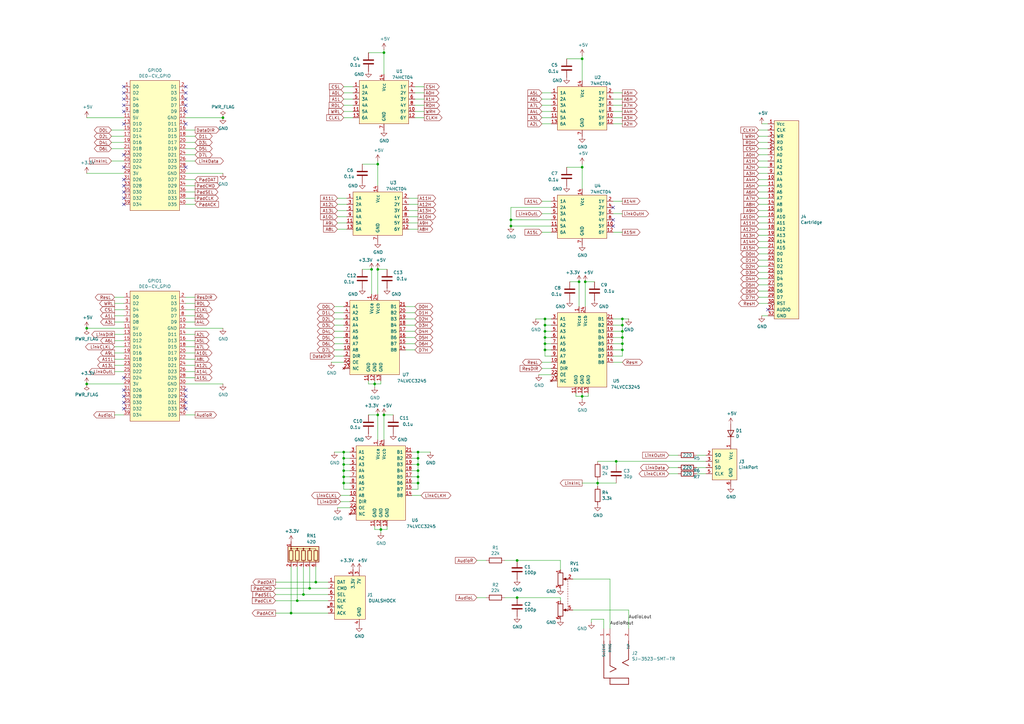
<source format=kicad_sch>
(kicad_sch (version 20250114) (generator "eeschema") (generator_version "9.0")
  (paper "A3")
  (title_block (title "GB-Board_DE0-CV") (date "2022-03-29") (company "edalph"))
  (lib_symbols
    (symbol "Device:C" (pin_numbers (hide yes)) (pin_names (offset 0.254))
      (property "Reference" "C" (at 0.635 2.54 0))
      (property "Value" "C" (at 0.635 -2.54 0))
      (symbol "C_1_1"
        (pin passive line (at 0 3.81 270) (length 2.794) (name "~") (number "1"))
        (pin passive line (at 0 -3.81 90) (length 2.794) (name "~") (number "2"))
      )
    )
    (symbol "Device:D" (pin_numbers (hide yes)) (pin_names (offset 1.016) (hide yes))
      (property "Reference" "D" (at 0 2.54 0))
      (property "Value" "D" (at 0 -2.54 0))
      (symbol "D_1_1"
        (pin passive line (at -3.81 0 0) (length 2.54) (name "K") (number "1"))
        (pin passive line (at 3.81 0 180) (length 2.54) (name "A") (number "2"))
      )
    )
    (symbol "Device:R" (pin_numbers (hide yes)) (pin_names (offset 0))
      (property "Reference" "R" (at 2.032 0 90))
      (property "Value" "R" (at 0 0 90))
      (symbol "R_1_1"
        (pin passive line (at 0 3.81 270) (length 1.27) (name "~") (number "1"))
        (pin passive line (at 0 -3.81 90) (length 1.27) (name "~") (number "2"))
      )
    )
    (symbol "Device:R_Network05" (pin_names (offset 0) (hide yes))
      (property "Reference" "RN" (at -7.62 0 90))
      (property "Value" "R_Network05" (at 7.62 0 90))
      (symbol "R_Network05_1_1"
        (pin passive line (at -5.08 5.08 270) (length 2.54) (name "common") (number "1"))
        (pin passive line (at -5.08 -5.08 90) (length 1.27) (name "R1") (number "2"))
        (pin passive line (at -2.54 -5.08 90) (length 1.27) (name "R2") (number "3"))
        (pin passive line (at 0 -5.08 90) (length 1.27) (name "R3") (number "4"))
        (pin passive line (at 2.54 -5.08 90) (length 1.27) (name "R4") (number "5"))
        (pin passive line (at 5.08 -5.08 90) (length 1.27) (name "R5") (number "6"))
      )
    )
    (symbol "Device:R_Potentiometer_Dual" (pin_names (offset 1.016) (hide yes))
      (property "Reference" "RV" (at 0 3.81 0))
      (property "Value" "R_Potentiometer_Dual" (at 0 1.905 0))
      (symbol "R_Potentiometer_Dual_1_1"
        (pin passive line (at -10.16 -2.54 0) (length 1.27) (name "1") (number "1"))
        (pin passive line (at -6.35 2.54 270) (length 2.54) (name "2") (number "2"))
        (pin passive line (at -2.54 -2.54 180) (length 1.27) (name "3") (number "3"))
        (pin passive line (at 2.54 -2.54 0) (length 1.27) (name "4") (number "4"))
        (pin passive line (at 6.35 2.54 270) (length 2.54) (name "5") (number "5"))
        (pin passive line (at 10.16 -2.54 180) (length 1.27) (name "6") (number "6"))
      )
    )
    (symbol "SJ-3523-SMT-TR:SJ-3523-SMT-TR" (pin_names (offset 1.016))
      (property "Reference" "J" (at -12.7034 7.6221 0))
      (property "Value" "SJ-3523-SMT-TR" (at -12.7003 -10.1602 0))
      (symbol "SJ-3523-SMT-TR_0_0"
        (pin passive line (at 10.16 5.08 180) (length 5.08) (name "SLEEVE") (number "1"))
        (pin passive line (at 10.16 2.54 180) (length 5.08) (name "RING") (number "3"))
        (pin passive line (at 10.16 -5.08 180) (length 5.08) (name "TIP") (number "2"))
      )
    )
    (symbol "_epGB_de0cv:74HCT04" (pin_names (offset 1.016))
      (property "Reference" "U" (at 5.08 11.43 0))
      (property "Value" "74HCT04" (at 6.35 8.89 0))
      (symbol "74HCT04_0_0"
        (pin input line (at -12.7 5.08 0) (length 2.54) (name "1A") (number "1"))
        (pin input line (at -12.7 2.54 0) (length 2.54) (name "2A") (number "3"))
        (pin input line (at -12.7 0 0) (length 2.54) (name "3A") (number "5"))
        (pin input line (at -12.7 -2.54 0) (length 2.54) (name "4A") (number "9"))
        (pin input line (at -12.7 -5.08 0) (length 2.54) (name "5A") (number "11"))
        (pin input line (at -12.7 -7.62 0) (length 2.54) (name "6A") (number "13"))
        (pin power_in line (at 0 10.16 270) (length 2.54) (name "Vcc") (number "14"))
        (pin power_in line (at 0 -12.7 90) (length 2.54) (name "GND") (number "7"))
        (pin output line (at 12.7 5.08 180) (length 2.54) (name "1Y") (number "2"))
        (pin output line (at 12.7 2.54 180) (length 2.54) (name "2Y") (number "4"))
        (pin output line (at 12.7 0 180) (length 2.54) (name "3Y") (number "6"))
        (pin output line (at 12.7 -2.54 180) (length 2.54) (name "4Y") (number "8"))
        (pin output line (at 12.7 -5.08 180) (length 2.54) (name "5Y") (number "10"))
        (pin output line (at 12.7 -7.62 180) (length 2.54) (name "6Y") (number "12"))
      )
    )
    (symbol "_epGB_de0cv:74LVCC3245" (pin_names (offset 1.016))
      (property "Reference" "U" (at -7.62 16.51 0))
      (property "Value" "74LVCC3245" (at -8.89 19.05 0))
      (symbol "74LVCC3245_0_0"
        (pin bidirectional line (at -12.7 12.7 0) (length 2.54) (name "A1") (number "3"))
        (pin bidirectional line (at -12.7 10.16 0) (length 2.54) (name "A2") (number "4"))
        (pin bidirectional line (at -12.7 7.62 0) (length 2.54) (name "A3") (number "5"))
        (pin bidirectional line (at -12.7 5.08 0) (length 2.54) (name "A4") (number "6"))
        (pin bidirectional line (at -12.7 2.54 0) (length 2.54) (name "A5") (number "7"))
        (pin bidirectional line (at -12.7 0 0) (length 2.54) (name "A6") (number "8"))
        (pin bidirectional line (at -12.7 -2.54 0) (length 2.54) (name "A7") (number "9"))
        (pin bidirectional line (at -12.7 -5.08 0) (length 2.54) (name "A8") (number "10"))
        (pin input line (at -12.7 -7.62 0) (length 2.54) (name "DIR") (number "2"))
        (pin input inverted (at -12.7 -10.16 0) (length 2.54) (name "OE") (number "22"))
        (pin no_connect line (at -12.7 -12.7 0) (length 2.54) (name "NC") (number "23"))
        (pin power_in line (at -2.54 -17.78 90) (length 2.54) (name "GND") (number "11"))
        (pin power_in line (at -1.27 17.78 270) (length 2.54) (name "Vcca") (number "1"))
        (pin power_in line (at 0 -17.78 90) (length 2.54) (name "GND") (number "12"))
        (pin power_in line (at 1.27 17.78 270) (length 2.54) (name "Vccb") (number "24"))
        (pin power_in line (at 2.54 -17.78 90) (length 2.54) (name "GND") (number "13"))
        (pin bidirectional line (at 12.7 12.7 180) (length 2.54) (name "B1") (number "21"))
        (pin bidirectional line (at 12.7 10.16 180) (length 2.54) (name "B2") (number "20"))
        (pin bidirectional line (at 12.7 7.62 180) (length 2.54) (name "B3") (number "19"))
        (pin bidirectional line (at 12.7 5.08 180) (length 2.54) (name "B4") (number "18"))
        (pin bidirectional line (at 12.7 2.54 180) (length 2.54) (name "B5") (number "17"))
        (pin bidirectional line (at 12.7 0 180) (length 2.54) (name "B6") (number "16"))
        (pin bidirectional line (at 12.7 -2.54 180) (length 2.54) (name "B7") (number "15"))
        (pin bidirectional line (at 12.7 -5.08 180) (length 2.54) (name "B8") (number "14"))
      )
    )
    (symbol "_epGB_de0cv:DE0-CV_GPIO" (pin_names (offset 1.016))
      (property "Reference" "G" (at 6.35 26.67 0))
      (property "Value" "DE0-CV_GPIO" (at -3.81 26.67 0))
      (symbol "DE0-CV_GPIO_0_0"
        (pin bidirectional line (at -12.7 22.86 0) (length 2.54) (name "D0") (number "1"))
        (pin bidirectional line (at -12.7 20.32 0) (length 2.54) (name "D2") (number "3"))
        (pin bidirectional line (at -12.7 17.78 0) (length 2.54) (name "D4") (number "5"))
        (pin bidirectional line (at -12.7 15.24 0) (length 2.54) (name "D6") (number "7"))
        (pin bidirectional line (at -12.7 12.7 0) (length 2.54) (name "D8") (number "9"))
        (pin power_in line (at -12.7 10.16 0) (length 2.54) (name "5V") (number "11"))
        (pin bidirectional line (at -12.7 7.62 0) (length 2.54) (name "D10") (number "13"))
        (pin bidirectional line (at -12.7 5.08 0) (length 2.54) (name "D12") (number "15"))
        (pin bidirectional line (at -12.7 2.54 0) (length 2.54) (name "D14") (number "17"))
        (pin bidirectional line (at -12.7 0 0) (length 2.54) (name "D16") (number "19"))
        (pin bidirectional line (at -12.7 -2.54 0) (length 2.54) (name "D18") (number "21"))
        (pin bidirectional line (at -12.7 -5.08 0) (length 2.54) (name "D20") (number "23"))
        (pin bidirectional line (at -12.7 -7.62 0) (length 2.54) (name "D22") (number "25"))
        (pin bidirectional line (at -12.7 -10.16 0) (length 2.54) (name "D24") (number "27"))
        (pin power_in line (at -12.7 -12.7 0) (length 2.54) (name "3V") (number "29"))
        (pin bidirectional line (at -12.7 -15.24 0) (length 2.54) (name "D26") (number "31"))
        (pin bidirectional line (at -12.7 -17.78 0) (length 2.54) (name "D28") (number "33"))
        (pin bidirectional line (at -12.7 -20.32 0) (length 2.54) (name "D30") (number "35"))
        (pin bidirectional line (at -12.7 -22.86 0) (length 2.54) (name "D32") (number "37"))
        (pin bidirectional line (at -12.7 -25.4 0) (length 2.54) (name "D34") (number "39"))
        (pin bidirectional line (at 12.7 22.86 180) (length 2.54) (name "D1") (number "2"))
        (pin bidirectional line (at 12.7 20.32 180) (length 2.54) (name "D3") (number "4"))
        (pin bidirectional line (at 12.7 17.78 180) (length 2.54) (name "D5") (number "6"))
        (pin bidirectional line (at 12.7 15.24 180) (length 2.54) (name "D7") (number "8"))
        (pin bidirectional line (at 12.7 12.7 180) (length 2.54) (name "D9") (number "10"))
        (pin power_in line (at 12.7 10.16 180) (length 2.54) (name "GND") (number "12"))
        (pin bidirectional line (at 12.7 7.62 180) (length 2.54) (name "D11") (number "14"))
        (pin bidirectional line (at 12.7 5.08 180) (length 2.54) (name "D13") (number "16"))
        (pin bidirectional line (at 12.7 2.54 180) (length 2.54) (name "D15") (number "18"))
        (pin bidirectional line (at 12.7 0 180) (length 2.54) (name "D17") (number "20"))
        (pin bidirectional line (at 12.7 -2.54 180) (length 2.54) (name "D19") (number "22"))
        (pin bidirectional line (at 12.7 -5.08 180) (length 2.54) (name "D21") (number "24"))
        (pin bidirectional line (at 12.7 -7.62 180) (length 2.54) (name "D23") (number "26"))
        (pin bidirectional line (at 12.7 -10.16 180) (length 2.54) (name "D25") (number "28"))
        (pin power_in line (at 12.7 -12.7 180) (length 2.54) (name "GND") (number "30"))
        (pin bidirectional line (at 12.7 -15.24 180) (length 2.54) (name "D27") (number "32"))
        (pin bidirectional line (at 12.7 -17.78 180) (length 2.54) (name "D29") (number "34"))
        (pin bidirectional line (at 12.7 -20.32 180) (length 2.54) (name "D31") (number "36"))
        (pin bidirectional line (at 12.7 -22.86 180) (length 2.54) (name "D33") (number "38"))
        (pin bidirectional line (at 12.7 -25.4 180) (length 2.54) (name "D35") (number "40"))
      )
    )
    (symbol "_epGB_de0cv:DUALSHOCK_Port" (pin_names (offset 1.016))
      (property "Reference" "J" (at -5.08 8.89 0))
      (property "Value" "DUALSHOCK_Port" (at -6.35 -12.7 0))
      (symbol "DUALSHOCK_Port_0_0"
        (pin output line (at -8.89 5.08 0) (length 2.54) (name "DAT") (number "1"))
        (pin input line (at -8.89 2.54 0) (length 2.54) (name "CMD") (number "2"))
        (pin input line (at -8.89 0 0) (length 2.54) (name "SEL") (number "6"))
        (pin input line (at -8.89 -2.54 0) (length 2.54) (name "CLK") (number "7"))
        (pin no_connect line (at -8.89 -5.08 0) (length 2.54) (name "NC") (number "8"))
        (pin output line (at -8.89 -7.62 0) (length 2.54) (name "ACK") (number "9"))
        (pin power_in line (at 1.27 10.16 270) (length 2.54) (name "3.3V") (number "5"))
        (pin power_in line (at 3.81 10.16 270) (length 2.54) (name "7V") (number "3"))
        (pin power_in line (at 3.81 -12.7 90) (length 2.54) (name "GND") (number "4"))
      )
    )
    (symbol "_epGB_de0cv:Game_Boy_Card_Edge_Connector" (pin_names (offset 1.016))
      (property "Reference" "J" (at -12.7 41.91 0))
      (property "Value" "Game_Boy_Card_Edge_Connector" (at 0 39.37 0))
      (symbol "Game_Boy_Card_Edge_Connector_0_0"
        (pin input inverted (at -12.7 30.48 0) (length 2.54) (name "WR") (number "3"))
        (pin input inverted (at -12.7 27.94 0) (length 2.54) (name "RD") (number "4"))
        (pin input inverted (at -12.7 25.4 0) (length 2.54) (name "CS") (number "5"))
        (pin input line (at -12.7 22.86 0) (length 2.54) (name "A0") (number "6"))
        (pin input line (at -12.7 20.32 0) (length 2.54) (name "A1") (number "7"))
        (pin input line (at -12.7 17.78 0) (length 2.54) (name "A2") (number "8"))
        (pin input line (at -12.7 15.24 0) (length 2.54) (name "A3") (number "9"))
        (pin input line (at -12.7 12.7 0) (length 2.54) (name "A4") (number "10"))
        (pin input line (at -12.7 10.16 0) (length 2.54) (name "A5") (number "11"))
        (pin input line (at -12.7 7.62 0) (length 2.54) (name "A6") (number "12"))
        (pin input line (at -12.7 5.08 0) (length 2.54) (name "A7") (number "13"))
        (pin input line (at -12.7 2.54 0) (length 2.54) (name "A8") (number "14"))
        (pin input line (at -12.7 0 0) (length 2.54) (name "A9") (number "15"))
        (pin input line (at -12.7 -2.54 0) (length 2.54) (name "A10") (number "16"))
        (pin input line (at -12.7 -5.08 0) (length 2.54) (name "A11") (number "17"))
        (pin input line (at -12.7 -7.62 0) (length 2.54) (name "A12") (number "18"))
        (pin input line (at -12.7 -10.16 0) (length 2.54) (name "A13") (number "19"))
        (pin input line (at -12.7 -12.7 0) (length 2.54) (name "A14") (number "20"))
        (pin input line (at -12.7 -15.24 0) (length 2.54) (name "A15") (number "21"))
        (pin bidirectional line (at -12.7 -17.78 0) (length 2.54) (name "D0") (number "22"))
        (pin bidirectional line (at -12.7 -20.32 0) (length 2.54) (name "D1") (number "23"))
        (pin bidirectional line (at -12.7 -22.86 0) (length 2.54) (name "D2") (number "24"))
        (pin bidirectional line (at -12.7 -25.4 0) (length 2.54) (name "D3") (number "25"))
        (pin bidirectional line (at -12.7 -27.94 0) (length 2.54) (name "D4") (number "26"))
        (pin bidirectional line (at -12.7 -30.48 0) (length 2.54) (name "D5") (number "27"))
        (pin bidirectional line (at -12.7 -33.02 0) (length 2.54) (name "D6") (number "28"))
        (pin bidirectional line (at -12.7 -35.56 0) (length 2.54) (name "D7") (number "29"))
        (pin bidirectional inverted (at -12.7 -38.1 0) (length 2.54) (name "RST") (number "30"))
        (pin input line (at -12.7 -40.64 0) (length 2.54) (name "AUDIO") (number "31"))
        (pin power_in line (at -12.7 -43.18 0) (length 2.54) (name "GND") (number "32"))
      )
      (symbol "Game_Boy_Card_Edge_Connector_1_1"
        (pin power_in line (at -12.7 35.56 0) (length 2.54) (name "Vcc") (number "1"))
        (pin input line (at -12.7 33.02 0) (length 2.54) (name "CLK") (number "2"))
      )
    )
    (symbol "_epGB_de0cv:Game_Boy_Link_Port" (pin_names (offset 1.016))
      (property "Reference" "J" (at -3.81 7.62 0))
      (property "Value" "Game_Boy_Link_Port" (at -10.16 10.16 0))
      (symbol "Game_Boy_Link_Port_0_0"
        (pin input line (at -7.62 3.81 0) (length 2.54) (name "SO") (number "2"))
        (pin output line (at -7.62 1.27 0) (length 2.54) (name "SI") (number "3"))
        (pin bidirectional line (at -7.62 -1.27 0) (length 2.54) (name "SD") (number "4"))
        (pin bidirectional line (at -7.62 -3.81 0) (length 2.54) (name "CLK") (number "5"))
        (pin power_in line (at 2.54 8.89 270) (length 2.54) (name "Vcc") (number "1"))
        (pin power_in line (at 2.54 -8.89 90) (length 2.54) (name "GND") (number "6"))
      )
    )
    (symbol "power:+3.3V" (power) (pin_numbers (hide yes)) (pin_names (offset 0) (hide yes))
      (property "Value" "+3.3V" (at 0 3.556 0))
      (symbol "+3.3V_1_1"
        (pin power_in line (at 0 0 90) (length 0) (name "~") (number "1"))
      )
    )
    (symbol "power:+5V" (power) (pin_numbers (hide yes)) (pin_names (offset 0) (hide yes))
      (property "Value" "+5V" (at 0 3.556 0))
      (symbol "+5V_1_1"
        (pin power_in line (at 0 0 90) (length 0) (name "~") (number "1"))
      )
    )
    (symbol "power:GND" (power) (pin_numbers (hide yes)) (pin_names (offset 0) (hide yes))
      (property "Value" "GND" (at 0 -3.81 0))
      (symbol "GND_1_1"
        (pin power_in line (at 0 0 270) (length 0) (name "~") (number "1"))
      )
    )
    (symbol "power:PWR_FLAG" (power) (pin_numbers (hide yes)) (pin_names (offset 0) (hide yes))
      (property "Value" "PWR_FLAG" (at 0 3.81 0))
      (symbol "PWR_FLAG_0_0"
        (pin power_out line (at 0 0 90) (length 0) (name "~") (number "1"))
      )
    )
  )
  (junction (at 212.09 229.87))
  (junction (at 157.48 21.59))
  (junction (at 240.03 115.57))
  (junction (at 245.11 198.12))
  (junction (at 223.52 130.81))
  (junction (at 171.45 198.12))
  (junction (at 209.55 90.17))
  (junction (at 252.73 189.23))
  (junction (at 153.67 157.48))
  (junction (at 121.92 246.38))
  (junction (at 152.4 110.49))
  (junction (at 209.55 92.71))
  (junction (at 119.38 251.46))
  (junction (at 140.97 187.96))
  (junction (at 237.49 115.57))
  (junction (at 154.94 170.18))
  (junction (at 223.52 135.89))
  (junction (at 140.97 195.58))
  (junction (at 140.97 198.12))
  (junction (at 91.44 48.26))
  (junction (at 124.46 243.84))
  (junction (at 35.56 134.62))
  (junction (at 129.54 238.76))
  (junction (at 223.52 140.97))
  (junction (at 238.76 162.56))
  (junction (at 223.52 138.43))
  (junction (at 140.97 185.42))
  (junction (at 255.27 140.97))
  (junction (at 171.45 193.04))
  (junction (at 157.48 170.18))
  (junction (at 171.45 195.58))
  (junction (at 140.97 190.5))
  (junction (at 223.52 143.51))
  (junction (at 35.56 157.48))
  (junction (at 255.27 130.81))
  (junction (at 238.76 24.13))
  (junction (at 255.27 138.43))
  (junction (at 255.27 133.35))
  (junction (at 171.45 187.96))
  (junction (at 171.45 185.42))
  (junction (at 156.21 217.17))
  (junction (at 255.27 143.51))
  (junction (at 223.52 133.35))
  (junction (at 171.45 190.5))
  (junction (at 140.97 193.04))
  (junction (at 154.94 67.31))
  (junction (at 255.27 135.89))
  (junction (at 154.94 110.49))
  (junction (at 212.09 245.11))
  (junction (at 127 241.3))
  (junction (at 238.76 68.58))
  (no_connect (at 50.8 154.94))
  (no_connect (at 50.8 83.82))
  (no_connect (at 50.8 165.1))
  (no_connect (at 50.8 50.8))
  (no_connect (at 50.8 167.64))
  (no_connect (at 76.2 165.1))
  (no_connect (at 76.2 68.58))
  (no_connect (at 50.8 73.66))
  (no_connect (at 50.8 45.72))
  (no_connect (at 76.2 160.02))
  (no_connect (at 50.8 68.58))
  (no_connect (at 50.8 43.18))
  (no_connect (at 50.8 78.74))
  (no_connect (at 50.8 63.5))
  (no_connect (at 50.8 162.56))
  (no_connect (at 76.2 43.18))
  (no_connect (at 50.8 81.28))
  (no_connect (at 50.8 76.2))
  (no_connect (at 76.2 38.1))
  (no_connect (at 76.2 50.8))
  (no_connect (at 50.8 40.64))
  (no_connect (at 76.2 45.72))
  (no_connect (at 251.46 85.09))
  (no_connect (at 251.46 90.17))
  (no_connect (at 76.2 162.56))
  (no_connect (at 50.8 35.56))
  (no_connect (at 76.2 40.64))
  (no_connect (at 314.96 127))
  (no_connect (at 76.2 35.56))
  (no_connect (at 50.8 38.1))
  (no_connect (at 76.2 167.64))
  (no_connect (at 251.46 92.71))
  (no_connect (at 50.8 160.02))
  (wire (pts (xy 80.01 63.5) (xy 76.2 63.5)))
  (wire (pts (xy 241.3 162.56) (xy 241.3 161.29)))
  (wire (pts (xy 76.2 152.4) (xy 80.01 152.4)))
  (wire (pts (xy 139.7 205.74) (xy 143.51 205.74)))
  (wire (pts (xy 76.2 58.42) (xy 80.01 58.42)))
  (wire (pts (xy 195.58 229.87) (xy 199.39 229.87)))
  (wire (pts (xy 76.2 60.96) (xy 80.01 60.96)))
  (wire (pts (xy 168.91 203.2) (xy 172.72 203.2)))
  (wire (pts (xy 314.96 91.44) (xy 311.15 91.44)))
  (wire (pts (xy 140.97 35.56) (xy 144.78 35.56)))
  (wire (pts (xy 223.52 146.05) (xy 223.52 143.51)))
  (wire (pts (xy 274.32 191.77) (xy 278.13 191.77)))
  (wire (pts (xy 138.43 86.36) (xy 142.24 86.36)))
  (wire (pts (xy 176.53 185.42) (xy 171.45 185.42)))
  (wire (pts (xy 311.15 124.46) (xy 314.96 124.46)))
  (wire (pts (xy 80.01 139.7) (xy 76.2 139.7)))
  (wire (pts (xy 113.03 241.3) (xy 127 241.3)))
  (wire (pts (xy 119.38 232.41) (xy 119.38 251.46)))
  (wire (pts (xy 223.52 140.97) (xy 223.52 138.43)))
  (wire (pts (xy 285.75 186.69) (xy 289.56 186.69)))
  (wire (pts (xy 157.48 20.32) (xy 157.48 21.59)))
  (wire (pts (xy 76.2 78.74) (xy 80.01 78.74)))
  (wire (pts (xy 166.37 125.73) (xy 170.18 125.73)))
  (wire (pts (xy 166.37 140.97) (xy 170.18 140.97)))
  (wire (pts (xy 45.72 60.96) (xy 50.8 60.96)))
  (wire (pts (xy 148.59 67.31) (xy 154.94 67.31)))
  (wire (pts (xy 167.64 93.98) (xy 171.45 93.98)))
  (wire (pts (xy 209.55 85.09) (xy 209.55 90.17)))
  (wire (pts (xy 129.54 232.41) (xy 129.54 238.76)))
  (wire (pts (xy 222.25 40.64) (xy 226.06 40.64)))
  (wire (pts (xy 76.2 71.12) (xy 91.44 71.12)))
  (wire (pts (xy 46.99 132.08) (xy 50.8 132.08)))
  (wire (pts (xy 137.16 138.43) (xy 140.97 138.43)))
  (wire (pts (xy 314.96 55.88) (xy 311.15 55.88)))
  (wire (pts (xy 232.41 24.13) (xy 238.76 24.13)))
  (wire (pts (xy 219.71 130.81) (xy 223.52 130.81)))
  (wire (pts (xy 140.97 200.66) (xy 143.51 200.66)))
  (wire (pts (xy 236.22 162.56) (xy 238.76 162.56)))
  (wire (pts (xy 142.24 93.98) (xy 138.43 93.98)))
  (wire (pts (xy 76.2 83.82) (xy 80.01 83.82)))
  (wire (pts (xy 80.01 149.86) (xy 76.2 149.86)))
  (wire (pts (xy 171.45 185.42) (xy 168.91 185.42)))
  (wire (pts (xy 168.91 195.58) (xy 171.45 195.58)))
  (wire (pts (xy 138.43 91.44) (xy 142.24 91.44)))
  (wire (pts (xy 236.22 161.29) (xy 236.22 162.56)))
  (wire (pts (xy 113.03 251.46) (xy 119.38 251.46)))
  (wire (pts (xy 137.16 128.27) (xy 140.97 128.27)))
  (wire (pts (xy 121.92 232.41) (xy 121.92 246.38)))
  (wire (pts (xy 171.45 193.04) (xy 171.45 195.58)))
  (wire (pts (xy 46.99 139.7) (xy 50.8 139.7)))
  (wire (pts (xy 171.45 190.5) (xy 171.45 193.04)))
  (wire (pts (xy 255.27 140.97) (xy 255.27 143.51)))
  (wire (pts (xy 153.67 217.17) (xy 156.21 217.17)))
  (wire (pts (xy 222.25 151.13) (xy 226.06 151.13)))
  (wire (pts (xy 137.16 143.51) (xy 140.97 143.51)))
  (wire (pts (xy 140.97 190.5) (xy 143.51 190.5)))
  (wire (pts (xy 76.2 124.46) (xy 80.01 124.46)))
  (wire (pts (xy 144.78 48.26) (xy 140.97 48.26)))
  (wire (pts (xy 226.06 138.43) (xy 223.52 138.43)))
  (wire (pts (xy 151.13 170.18) (xy 154.94 170.18)))
  (wire (pts (xy 314.96 60.96) (xy 311.15 60.96)))
  (wire (pts (xy 251.46 95.25) (xy 255.27 95.25)))
  (wire (pts (xy 45.72 58.42) (xy 50.8 58.42)))
  (wire (pts (xy 153.67 157.48) (xy 153.67 158.75)))
  (wire (pts (xy 314.96 111.76) (xy 311.15 111.76)))
  (wire (pts (xy 255.27 143.51) (xy 255.27 146.05)))
  (wire (pts (xy 46.99 127) (xy 50.8 127)))
  (wire (pts (xy 171.45 185.42) (xy 171.45 187.96)))
  (wire (pts (xy 314.96 106.68) (xy 311.15 106.68)))
  (wire (pts (xy 251.46 143.51) (xy 255.27 143.51)))
  (wire (pts (xy 226.06 92.71) (xy 209.55 92.71)))
  (wire (pts (xy 154.94 110.49) (xy 154.94 120.65)))
  (wire (pts (xy 251.46 133.35) (xy 255.27 133.35)))
  (wire (pts (xy 140.97 195.58) (xy 143.51 195.58)))
  (wire (pts (xy 76.2 73.66) (xy 80.01 73.66)))
  (wire (pts (xy 251.46 82.55) (xy 255.27 82.55)))
  (wire (pts (xy 274.32 194.31) (xy 278.13 194.31)))
  (wire (pts (xy 242.57 255.27) (xy 242.57 254)))
  (wire (pts (xy 157.48 21.59) (xy 157.48 30.48)))
  (wire (pts (xy 170.18 38.1) (xy 173.99 38.1)))
  (wire (pts (xy 314.96 101.6) (xy 311.15 101.6)))
  (wire (pts (xy 240.03 115.57) (xy 240.03 125.73)))
  (wire (pts (xy 212.09 229.87) (xy 229.87 229.87)))
  (wire (pts (xy 207.01 245.11) (xy 212.09 245.11)))
  (wire (pts (xy 76.2 132.08) (xy 80.01 132.08)))
  (wire (pts (xy 171.45 86.36) (xy 167.64 86.36)))
  (wire (pts (xy 311.15 109.22) (xy 314.96 109.22)))
  (wire (pts (xy 168.91 190.5) (xy 171.45 190.5)))
  (wire (pts (xy 255.27 130.81) (xy 255.27 133.35)))
  (wire (pts (xy 76.2 48.26) (xy 91.44 48.26)))
  (wire (pts (xy 166.37 143.51) (xy 170.18 143.51)))
  (wire (pts (xy 171.45 198.12) (xy 171.45 200.66)))
  (wire (pts (xy 311.15 58.42) (xy 314.96 58.42)))
  (wire (pts (xy 238.76 162.56) (xy 241.3 162.56)))
  (wire (pts (xy 45.72 55.88) (xy 50.8 55.88)))
  (wire (pts (xy 255.27 135.89) (xy 255.27 138.43)))
  (wire (pts (xy 157.48 170.18) (xy 157.48 180.34)))
  (wire (pts (xy 154.94 66.04) (xy 154.94 67.31)))
  (wire (pts (xy 245.11 198.12) (xy 238.76 198.12)))
  (wire (pts (xy 251.46 130.81) (xy 255.27 130.81)))
  (wire (pts (xy 143.51 187.96) (xy 140.97 187.96)))
  (wire (pts (xy 168.91 193.04) (xy 171.45 193.04)))
  (wire (pts (xy 173.99 35.56) (xy 170.18 35.56)))
  (wire (pts (xy 171.45 195.58) (xy 171.45 198.12)))
  (wire (pts (xy 171.45 81.28) (xy 167.64 81.28)))
  (wire (pts (xy 76.2 53.34) (xy 80.01 53.34)))
  (wire (pts (xy 314.96 116.84) (xy 311.15 116.84)))
  (wire (pts (xy 113.03 238.76) (xy 129.54 238.76)))
  (wire (pts (xy 151.13 21.59) (xy 157.48 21.59)))
  (wire (pts (xy 222.25 48.26) (xy 226.06 48.26)))
  (wire (pts (xy 234.95 237.49) (xy 250.19 237.49)))
  (wire (pts (xy 232.41 68.58) (xy 238.76 68.58)))
  (wire (pts (xy 171.45 91.44) (xy 167.64 91.44)))
  (wire (pts (xy 166.37 133.35) (xy 170.18 133.35)))
  (wire (pts (xy 238.76 162.56) (xy 238.76 163.83)))
  (wire (pts (xy 127 241.3) (xy 134.62 241.3)))
  (wire (pts (xy 238.76 161.29) (xy 238.76 162.56)))
  (wire (pts (xy 311.15 99.06) (xy 314.96 99.06)))
  (wire (pts (xy 140.97 190.5) (xy 140.97 187.96)))
  (wire (pts (xy 311.15 78.74) (xy 314.96 78.74)))
  (wire (pts (xy 143.51 198.12) (xy 140.97 198.12)))
  (wire (pts (xy 156.21 217.17) (xy 158.75 217.17)))
  (wire (pts (xy 255.27 138.43) (xy 255.27 140.97)))
  (wire (pts (xy 229.87 229.87) (xy 229.87 233.68)))
  (wire (pts (xy 255.27 130.81) (xy 257.81 130.81)))
  (wire (pts (xy 157.48 170.18) (xy 161.29 170.18)))
  (wire (pts (xy 226.06 146.05) (xy 223.52 146.05)))
  (wire (pts (xy 113.03 243.84) (xy 124.46 243.84)))
  (wire (pts (xy 220.98 153.67) (xy 226.06 153.67)))
  (wire (pts (xy 238.76 22.86) (xy 238.76 24.13)))
  (wire (pts (xy 251.46 50.8) (xy 255.27 50.8)))
  (wire (pts (xy 46.99 152.4) (xy 50.8 152.4)))
  (wire (pts (xy 137.16 130.81) (xy 140.97 130.81)))
  (wire (pts (xy 127 232.41) (xy 127 241.3)))
  (wire (pts (xy 35.56 71.12) (xy 50.8 71.12)))
  (wire (pts (xy 251.46 43.18) (xy 255.27 43.18)))
  (wire (pts (xy 137.16 125.73) (xy 140.97 125.73)))
  (wire (pts (xy 223.52 138.43) (xy 223.52 135.89)))
  (wire (pts (xy 251.46 140.97) (xy 255.27 140.97)))
  (wire (pts (xy 240.03 115.57) (xy 243.84 115.57)))
  (wire (pts (xy 76.2 157.48) (xy 91.44 157.48)))
  (wire (pts (xy 151.13 157.48) (xy 153.67 157.48)))
  (wire (pts (xy 311.15 88.9) (xy 314.96 88.9)))
  (wire (pts (xy 255.27 133.35) (xy 255.27 135.89)))
  (wire (pts (xy 167.64 83.82) (xy 171.45 83.82)))
  (wire (pts (xy 223.52 133.35) (xy 223.52 130.81)))
  (wire (pts (xy 76.2 147.32) (xy 80.01 147.32)))
  (wire (pts (xy 171.45 187.96) (xy 171.45 190.5)))
  (wire (pts (xy 226.06 85.09) (xy 209.55 85.09)))
  (wire (pts (xy 140.97 45.72) (xy 144.78 45.72)))
  (wire (pts (xy 168.91 198.12) (xy 171.45 198.12)))
  (wire (pts (xy 50.8 53.34) (xy 45.72 53.34)))
  (wire (pts (xy 171.45 200.66) (xy 168.91 200.66)))
  (wire (pts (xy 166.37 130.81) (xy 170.18 130.81)))
  (wire (pts (xy 245.11 196.85) (xy 245.11 198.12)))
  (wire (pts (xy 311.15 114.3) (xy 314.96 114.3)))
  (wire (pts (xy 252.73 189.23) (xy 245.11 189.23)))
  (wire (pts (xy 139.7 203.2) (xy 143.51 203.2)))
  (wire (pts (xy 137.16 146.05) (xy 140.97 146.05)))
  (wire (pts (xy 76.2 170.18) (xy 80.01 170.18)))
  (wire (pts (xy 154.94 170.18) (xy 154.94 180.34)))
  (wire (pts (xy 35.56 134.62) (xy 50.8 134.62)))
  (wire (pts (xy 45.72 66.04) (xy 50.8 66.04)))
  (wire (pts (xy 237.49 115.57) (xy 237.49 125.73)))
  (wire (pts (xy 166.37 135.89) (xy 170.18 135.89)))
  (wire (pts (xy 311.15 93.98) (xy 314.96 93.98)))
  (wire (pts (xy 158.75 217.17) (xy 158.75 215.9)))
  (wire (pts (xy 314.96 121.92) (xy 311.15 121.92)))
  (wire (pts (xy 137.16 135.89) (xy 140.97 135.89)))
  (wire (pts (xy 212.09 245.11) (xy 229.87 245.11)))
  (wire (pts (xy 124.46 243.84) (xy 134.62 243.84)))
  (wire (pts (xy 170.18 48.26) (xy 173.99 48.26)))
  (wire (pts (xy 312.42 50.8) (xy 314.96 50.8)))
  (wire (pts (xy 222.25 45.72) (xy 226.06 45.72)))
  (wire (pts (xy 156.21 217.17) (xy 156.21 218.44)))
  (wire (pts (xy 195.58 245.11) (xy 199.39 245.11)))
  (wire (pts (xy 76.2 121.92) (xy 80.01 121.92)))
  (wire (pts (xy 311.15 73.66) (xy 314.96 73.66)))
  (wire (pts (xy 173.99 45.72) (xy 170.18 45.72)))
  (wire (pts (xy 140.97 187.96) (xy 140.97 185.42)))
  (wire (pts (xy 138.43 208.28) (xy 143.51 208.28)))
  (wire (pts (xy 137.16 185.42) (xy 140.97 185.42)))
  (wire (pts (xy 46.99 149.86) (xy 50.8 149.86)))
  (wire (pts (xy 311.15 83.82) (xy 314.96 83.82)))
  (wire (pts (xy 140.97 198.12) (xy 140.97 195.58)))
  (wire (pts (xy 148.59 110.49) (xy 152.4 110.49)))
  (wire (pts (xy 251.46 87.63) (xy 255.27 87.63)))
  (wire (pts (xy 223.52 135.89) (xy 226.06 135.89)))
  (wire (pts (xy 173.99 40.64) (xy 170.18 40.64)))
  (wire (pts (xy 76.2 129.54) (xy 80.01 129.54)))
  (wire (pts (xy 153.67 215.9) (xy 153.67 217.17)))
  (wire (pts (xy 222.25 87.63) (xy 226.06 87.63)))
  (wire (pts (xy 274.32 186.69) (xy 278.13 186.69)))
  (wire (pts (xy 140.97 193.04) (xy 140.97 190.5)))
  (wire (pts (xy 151.13 156.21) (xy 151.13 157.48)))
  (wire (pts (xy 252.73 198.12) (xy 245.11 198.12)))
  (wire (pts (xy 138.43 81.28) (xy 142.24 81.28)))
  (wire (pts (xy 129.54 238.76) (xy 134.62 238.76)))
  (wire (pts (xy 156.21 215.9) (xy 156.21 217.17)))
  (wire (pts (xy 314.96 96.52) (xy 311.15 96.52)))
  (wire (pts (xy 76.2 142.24) (xy 80.01 142.24)))
  (wire (pts (xy 314.96 86.36) (xy 311.15 86.36)))
  (wire (pts (xy 143.51 185.42) (xy 140.97 185.42)))
  (wire (pts (xy 153.67 156.21) (xy 153.67 157.48)))
  (wire (pts (xy 222.25 82.55) (xy 226.06 82.55)))
  (wire (pts (xy 226.06 90.17) (xy 209.55 90.17)))
  (wire (pts (xy 46.99 147.32) (xy 50.8 147.32)))
  (wire (pts (xy 76.2 66.04) (xy 80.01 66.04)))
  (wire (pts (xy 142.24 83.82) (xy 138.43 83.82)))
  (wire (pts (xy 76.2 154.94) (xy 80.01 154.94)))
  (wire (pts (xy 121.92 246.38) (xy 134.62 246.38)))
  (wire (pts (xy 140.97 200.66) (xy 140.97 198.12)))
  (wire (pts (xy 251.46 148.59) (xy 255.27 148.59)))
  (wire (pts (xy 251.46 48.26) (xy 255.27 48.26)))
  (wire (pts (xy 238.76 68.58) (xy 238.76 77.47)))
  (wire (pts (xy 142.24 88.9) (xy 138.43 88.9)))
  (wire (pts (xy 46.99 137.16) (xy 50.8 137.16)))
  (wire (pts (xy 46.99 142.24) (xy 50.8 142.24)))
  (wire (pts (xy 238.76 67.31) (xy 238.76 68.58)))
  (wire (pts (xy 80.01 81.28) (xy 76.2 81.28)))
  (wire (pts (xy 314.96 66.04) (xy 311.15 66.04)))
  (wire (pts (xy 137.16 140.97) (xy 140.97 140.97)))
  (wire (pts (xy 140.97 40.64) (xy 144.78 40.64)))
  (wire (pts (xy 50.8 170.18) (xy 46.99 170.18)))
  (wire (pts (xy 242.57 254) (xy 247.65 254)))
  (wire (pts (xy 168.91 187.96) (xy 171.45 187.96)))
  (wire (pts (xy 223.52 143.51) (xy 223.52 140.97)))
  (wire (pts (xy 255.27 146.05) (xy 251.46 146.05)))
  (wire (pts (xy 50.8 124.46) (xy 46.99 124.46)))
  (wire (pts (xy 251.46 38.1) (xy 255.27 38.1)))
  (wire (pts (xy 311.15 68.58) (xy 314.96 68.58)))
  (wire (pts (xy 46.99 129.54) (xy 50.8 129.54)))
  (wire (pts (xy 311.15 53.34) (xy 314.96 53.34)))
  (wire (pts (xy 137.16 133.35) (xy 140.97 133.35)))
  (wire (pts (xy 222.25 50.8) (xy 226.06 50.8)))
  (wire (pts (xy 76.2 127) (xy 80.01 127)))
  (wire (pts (xy 156.21 157.48) (xy 156.21 156.21)))
  (wire (pts (xy 153.67 157.48) (xy 156.21 157.48)))
  (wire (pts (xy 226.06 130.81) (xy 223.52 130.81)))
  (wire (pts (xy 76.2 134.62) (xy 91.44 134.62)))
  (wire (pts (xy 314.96 76.2) (xy 311.15 76.2)))
  (wire (pts (xy 209.55 90.17) (xy 209.55 92.71)))
  (wire (pts (xy 226.06 143.51) (xy 223.52 143.51)))
  (wire (pts (xy 113.03 246.38) (xy 121.92 246.38)))
  (wire (pts (xy 76.2 137.16) (xy 80.01 137.16)))
  (wire (pts (xy 285.75 191.77) (xy 289.56 191.77)))
  (wire (pts (xy 167.64 88.9) (xy 171.45 88.9)))
  (wire (pts (xy 144.78 38.1) (xy 140.97 38.1)))
  (wire (pts (xy 46.99 144.78) (xy 50.8 144.78)))
  (wire (pts (xy 229.87 245.11) (xy 229.87 246.38)))
  (wire (pts (xy 314.96 129.54) (xy 312.42 129.54)))
  (wire (pts (xy 234.95 250.19) (xy 257.81 250.19)))
  (wire (pts (xy 257.81 250.19) (xy 257.81 257.81)))
  (wire (pts (xy 250.19 237.49) (xy 250.19 257.81)))
  (wire (pts (xy 251.46 40.64) (xy 255.27 40.64)))
  (wire (pts (xy 35.56 157.48) (xy 50.8 157.48)))
  (wire (pts (xy 166.37 138.43) (xy 170.18 138.43)))
  (wire (pts (xy 251.46 135.89) (xy 255.27 135.89)))
  (wire (pts (xy 245.11 198.12) (xy 245.11 199.39)))
  (wire (pts (xy 311.15 119.38) (xy 314.96 119.38)))
  (wire (pts (xy 222.25 95.25) (xy 226.06 95.25)))
  (wire (pts (xy 222.25 148.59) (xy 226.06 148.59)))
  (wire (pts (xy 166.37 128.27) (xy 170.18 128.27)))
  (wire (pts (xy 144.78 43.18) (xy 140.97 43.18)))
  (wire (pts (xy 289.56 189.23) (xy 252.73 189.23)))
  (wire (pts (xy 223.52 135.89) (xy 223.52 133.35)))
  (wire (pts (xy 35.56 48.26) (xy 50.8 48.26)))
  (wire (pts (xy 311.15 81.28) (xy 314.96 81.28)))
  (wire (pts (xy 314.96 71.12) (xy 311.15 71.12)))
  (wire (pts (xy 154.94 67.31) (xy 154.94 76.2)))
  (wire (pts (xy 252.73 189.23) (xy 252.73 190.5)))
  (wire (pts (xy 223.52 140.97) (xy 226.06 140.97)))
  (wire (pts (xy 222.25 38.1) (xy 226.06 38.1)))
  (wire (pts (xy 222.25 43.18) (xy 226.06 43.18)))
  (wire (pts (xy 251.46 45.72) (xy 255.27 45.72)))
  (wire (pts (xy 251.46 138.43) (xy 255.27 138.43)))
  (wire (pts (xy 207.01 229.87) (xy 212.09 229.87)))
  (wire (pts (xy 143.51 193.04) (xy 140.97 193.04)))
  (wire (pts (xy 311.15 104.14) (xy 314.96 104.14)))
  (wire (pts (xy 152.4 110.49) (xy 152.4 120.65)))
  (wire (pts (xy 285.75 194.31) (xy 289.56 194.31)))
  (wire (pts (xy 226.06 133.35) (xy 223.52 133.35)))
  (wire (pts (xy 154.94 110.49) (xy 158.75 110.49)))
  (wire (pts (xy 119.38 251.46) (xy 134.62 251.46)))
  (wire (pts (xy 80.01 76.2) (xy 76.2 76.2)))
  (wire (pts (xy 135.89 148.59) (xy 140.97 148.59)))
  (wire (pts (xy 46.99 121.92) (xy 50.8 121.92)))
  (wire (pts (xy 247.65 254) (xy 247.65 257.81)))
  (wire (pts (xy 80.01 144.78) (xy 76.2 144.78)))
  (wire (pts (xy 233.68 115.57) (xy 237.49 115.57)))
  (wire (pts (xy 140.97 195.58) (xy 140.97 193.04)))
  (wire (pts (xy 311.15 63.5) (xy 314.96 63.5)))
  (wire (pts (xy 238.76 24.13) (xy 238.76 33.02)))
  (wire (pts (xy 170.18 43.18) (xy 173.99 43.18)))
  (wire (pts (xy 124.46 232.41) (xy 124.46 243.84)))
  (wire (pts (xy 76.2 55.88) (xy 80.01 55.88)))
  (label "AudioRout" (at 250.19 256.54 0))
  (label "AudioLout" (at 257.81 254 0))
  (global_label "PadCLK" (shape output) (at 80.01 81.28 0) (property "Intersheetrefs" "${INTERSHEET_REFS}" (effects (hide yes))))
  (global_label "A5H" (shape input) (at 311.15 76.2 180) (property "Intersheetrefs" "${INTERSHEET_REFS}" (effects (hide yes))))
  (global_label "D3L" (shape bidirectional) (at 80.01 58.42 0) (property "Intersheetrefs" "${INTERSHEET_REFS}" (effects (hide yes))))
  (global_label "A11L" (shape input) (at 138.43 81.28 180) (property "Intersheetrefs" "${INTERSHEET_REFS}" (effects (hide yes))))
  (global_label "D4H" (shape bidirectional) (at 170.18 135.89 0) (property "Intersheetrefs" "${INTERSHEET_REFS}" (effects (hide yes))))
  (global_label "D2H" (shape bidirectional) (at 311.15 109.22 180) (property "Intersheetrefs" "${INTERSHEET_REFS}" (effects (hide yes))))
  (global_label "A11H" (shape input) (at 311.15 91.44 180) (property "Intersheetrefs" "${INTERSHEET_REFS}" (effects (hide yes))))
  (global_label "RDL" (shape input) (at 140.97 43.18 180) (property "Intersheetrefs" "${INTERSHEET_REFS}" (effects (hide yes))))
  (global_label "A7L" (shape output) (at 80.01 142.24 0) (property "Intersheetrefs" "${INTERSHEET_REFS}" (effects (hide yes))))
  (global_label "A7H" (shape output) (at 255.27 43.18 0) (property "Intersheetrefs" "${INTERSHEET_REFS}" (effects (hide yes))))
  (global_label "PadCMD" (shape input) (at 113.03 241.3 180) (property "Intersheetrefs" "${INTERSHEET_REFS}" (effects (hide yes))))
  (global_label "LinkOutL" (shape output) (at 46.99 152.4 180) (property "Intersheetrefs" "${INTERSHEET_REFS}" (effects (hide yes))))
  (global_label "PadDAT" (shape output) (at 113.03 238.76 180) (property "Intersheetrefs" "${INTERSHEET_REFS}" (effects (hide yes))))
  (global_label "A5L" (shape output) (at 80.01 139.7 0) (property "Intersheetrefs" "${INTERSHEET_REFS}" (effects (hide yes))))
  (global_label "CSL" (shape output) (at 46.99 127 180) (property "Intersheetrefs" "${INTERSHEET_REFS}" (effects (hide yes))))
  (global_label "WRH" (shape output) (at 173.99 45.72 0) (property "Intersheetrefs" "${INTERSHEET_REFS}" (effects (hide yes))))
  (global_label "AudioL" (shape input) (at 195.58 245.11 180) (property "Intersheetrefs" "${INTERSHEET_REFS}" (effects (hide yes))))
  (global_label "D1H" (shape bidirectional) (at 311.15 106.68 180) (property "Intersheetrefs" "${INTERSHEET_REFS}" (effects (hide yes))))
  (global_label "PadACK" (shape output) (at 113.03 251.46 180) (property "Intersheetrefs" "${INTERSHEET_REFS}" (effects (hide yes))))
  (global_label "A4L" (shape output) (at 80.01 132.08 0) (property "Intersheetrefs" "${INTERSHEET_REFS}" (effects (hide yes))))
  (global_label "AudioL" (shape output) (at 46.99 170.18 180) (property "Intersheetrefs" "${INTERSHEET_REFS}" (effects (hide yes))))
  (global_label "D0H" (shape bidirectional) (at 311.15 104.14 180) (property "Intersheetrefs" "${INTERSHEET_REFS}" (effects (hide yes))))
  (global_label "A3H" (shape output) (at 255.27 48.26 0) (property "Intersheetrefs" "${INTERSHEET_REFS}" (effects (hide yes))))
  (global_label "A11L" (shape output) (at 46.99 147.32 180) (property "Intersheetrefs" "${INTERSHEET_REFS}" (effects (hide yes))))
  (global_label "A1H" (shape output) (at 173.99 40.64 0) (property "Intersheetrefs" "${INTERSHEET_REFS}" (effects (hide yes))))
  (global_label "LinkCLKH" (shape bidirectional) (at 172.72 203.2 0) (property "Intersheetrefs" "${INTERSHEET_REFS}" (effects (hide yes))))
  (global_label "A9L" (shape output) (at 46.99 144.78 180) (property "Intersheetrefs" "${INTERSHEET_REFS}" (effects (hide yes))))
  (global_label "WRH" (shape input) (at 311.15 55.88 180) (property "Intersheetrefs" "${INTERSHEET_REFS}" (effects (hide yes))))
  (global_label "D2L" (shape bidirectional) (at 45.72 55.88 180) (property "Intersheetrefs" "${INTERSHEET_REFS}" (effects (hide yes))))
  (global_label "A5H" (shape output) (at 255.27 38.1 0) (property "Intersheetrefs" "${INTERSHEET_REFS}" (effects (hide yes))))
  (global_label "A9L" (shape input) (at 138.43 91.44 180) (property "Intersheetrefs" "${INTERSHEET_REFS}" (effects (hide yes))))
  (global_label "A15L" (shape input) (at 222.25 95.25 180) (property "Intersheetrefs" "${INTERSHEET_REFS}" (effects (hide yes))))
  (global_label "PadSEL" (shape input) (at 113.03 243.84 180) (property "Intersheetrefs" "${INTERSHEET_REFS}" (effects (hide yes))))
  (global_label "ResH" (shape bidirectional) (at 255.27 148.59 0) (property "Intersheetrefs" "${INTERSHEET_REFS}" (effects (hide yes))))
  (global_label "LinkCLKL" (shape bidirectional) (at 139.7 203.2 180) (property "Intersheetrefs" "${INTERSHEET_REFS}" (effects (hide yes))))
  (global_label "D7H" (shape bidirectional) (at 170.18 143.51 0) (property "Intersheetrefs" "${INTERSHEET_REFS}" (effects (hide yes))))
  (global_label "RDH" (shape input) (at 311.15 58.42 180) (property "Intersheetrefs" "${INTERSHEET_REFS}" (effects (hide yes))))
  (global_label "A3L" (shape input) (at 222.25 48.26 180) (property "Intersheetrefs" "${INTERSHEET_REFS}" (effects (hide yes))))
  (global_label "A15L" (shape output) (at 80.01 154.94 0) (property "Intersheetrefs" "${INTERSHEET_REFS}" (effects (hide yes))))
  (global_label "CSL" (shape input) (at 140.97 35.56 180) (property "Intersheetrefs" "${INTERSHEET_REFS}" (effects (hide yes))))
  (global_label "A12L" (shape output) (at 80.01 149.86 0) (property "Intersheetrefs" "${INTERSHEET_REFS}" (effects (hide yes))))
  (global_label "A14H" (shape input) (at 311.15 99.06 180) (property "Intersheetrefs" "${INTERSHEET_REFS}" (effects (hide yes))))
  (global_label "D6L" (shape bidirectional) (at 137.16 140.97 180) (property "Intersheetrefs" "${INTERSHEET_REFS}" (effects (hide yes))))
  (global_label "LinkOutH" (shape output) (at 255.27 87.63 0) (property "Intersheetrefs" "${INTERSHEET_REFS}" (effects (hide yes))))
  (global_label "LinkData" (shape bidirectional) (at 80.01 66.04 0) (property "Intersheetrefs" "${INTERSHEET_REFS}" (effects (hide yes))))
  (global_label "D5H" (shape bidirectional) (at 311.15 116.84 180) (property "Intersheetrefs" "${INTERSHEET_REFS}" (effects (hide yes))))
  (global_label "LinkDIR" (shape input) (at 139.7 205.74 180) (property "Intersheetrefs" "${INTERSHEET_REFS}" (effects (hide yes))))
  (global_label "D7L" (shape bidirectional) (at 137.16 143.51 180) (property "Intersheetrefs" "${INTERSHEET_REFS}" (effects (hide yes))))
  (global_label "A14L" (shape output) (at 80.01 152.4 0) (property "Intersheetrefs" "${INTERSHEET_REFS}" (effects (hide yes))))
  (global_label "D3L" (shape bidirectional) (at 137.16 133.35 180) (property "Intersheetrefs" "${INTERSHEET_REFS}" (effects (hide yes))))
  (global_label "A6L" (shape input) (at 222.25 40.64 180) (property "Intersheetrefs" "${INTERSHEET_REFS}" (effects (hide yes))))
  (global_label "A13L" (shape output) (at 46.99 149.86 180) (property "Intersheetrefs" "${INTERSHEET_REFS}" (effects (hide yes))))
  (global_label "CLKL" (shape output) (at 80.01 127 0) (property "Intersheetrefs" "${INTERSHEET_REFS}" (effects (hide yes))))
  (global_label "D5L" (shape bidirectional) (at 137.16 138.43 180) (property "Intersheetrefs" "${INTERSHEET_REFS}" (effects (hide yes))))
  (global_label "LinkCLKH" (shape bidirectional) (at 274.32 194.31 180) (property "Intersheetrefs" "${INTERSHEET_REFS}" (effects (hide yes))))
  (global_label "RDL" (shape output) (at 80.01 124.46 0) (property "Intersheetrefs" "${INTERSHEET_REFS}" (effects (hide yes))))
  (global_label "DataDIR" (shape input) (at 137.16 146.05 180) (property "Intersheetrefs" "${INTERSHEET_REFS}" (effects (hide yes))))
  (global_label "D1H" (shape bidirectional) (at 170.18 128.27 0) (property "Intersheetrefs" "${INTERSHEET_REFS}" (effects (hide yes))))
  (global_label "A4H" (shape input) (at 311.15 73.66 180) (property "Intersheetrefs" "${INTERSHEET_REFS}" (effects (hide yes))))
  (global_label "A1L" (shape input) (at 140.97 40.64 180) (property "Intersheetrefs" "${INTERSHEET_REFS}" (effects (hide yes))))
  (global_label "A0L" (shape input) (at 140.97 38.1 180) (property "Intersheetrefs" "${INTERSHEET_REFS}" (effects (hide yes))))
  (global_label "A13H" (shape input) (at 311.15 96.52 180) (property "Intersheetrefs" "${INTERSHEET_REFS}" (effects (hide yes))))
  (global_label "LinkInL" (shape output) (at 238.76 198.12 180) (property "Intersheetrefs" "${INTERSHEET_REFS}" (effects (hide yes))))
  (global_label "A0H" (shape input) (at 311.15 63.5 180) (property "Intersheetrefs" "${INTERSHEET_REFS}" (effects (hide yes))))
  (global_label "A13H" (shape output) (at 171.45 86.36 0) (property "Intersheetrefs" "${INTERSHEET_REFS}" (effects (hide yes))))
  (global_label "A0L" (shape output) (at 80.01 129.54 0) (property "Intersheetrefs" "${INTERSHEET_REFS}" (effects (hide yes))))
  (global_label "D7L" (shape bidirectional) (at 80.01 63.5 0) (property "Intersheetrefs" "${INTERSHEET_REFS}" (effects (hide yes))))
  (global_label "A1L" (shape output) (at 46.99 129.54 180) (property "Intersheetrefs" "${INTERSHEET_REFS}" (effects (hide yes))))
  (global_label "A8L" (shape output) (at 80.01 147.32 0) (property "Intersheetrefs" "${INTERSHEET_REFS}" (effects (hide yes))))
  (global_label "A15H" (shape input) (at 311.15 101.6 180) (property "Intersheetrefs" "${INTERSHEET_REFS}" (effects (hide yes))))
  (global_label "A6H" (shape input) (at 311.15 78.74 180) (property "Intersheetrefs" "${INTERSHEET_REFS}" (effects (hide yes))))
  (global_label "ResL" (shape bidirectional) (at 222.25 148.59 180) (property "Intersheetrefs" "${INTERSHEET_REFS}" (effects (hide yes))))
  (global_label "D4H" (shape bidirectional) (at 311.15 114.3 180) (property "Intersheetrefs" "${INTERSHEET_REFS}" (effects (hide yes))))
  (global_label "D3H" (shape bidirectional) (at 170.18 133.35 0) (property "Intersheetrefs" "${INTERSHEET_REFS}" (effects (hide yes))))
  (global_label "A9H" (shape output) (at 171.45 91.44 0) (property "Intersheetrefs" "${INTERSHEET_REFS}" (effects (hide yes))))
  (global_label "A14H" (shape output) (at 255.27 82.55 0) (property "Intersheetrefs" "${INTERSHEET_REFS}" (effects (hide yes))))
  (global_label "D7H" (shape bidirectional) (at 311.15 121.92 180) (property "Intersheetrefs" "${INTERSHEET_REFS}" (effects (hide yes))))
  (global_label "A14L" (shape input) (at 222.25 82.55 180) (property "Intersheetrefs" "${INTERSHEET_REFS}" (effects (hide yes))))
  (global_label "AudioR" (shape input) (at 195.58 229.87 180) (property "Intersheetrefs" "${INTERSHEET_REFS}" (effects (hide yes))))
  (global_label "PadDAT" (shape input) (at 80.01 73.66 0) (property "Intersheetrefs" "${INTERSHEET_REFS}" (effects (hide yes))))
  (global_label "LinkCLKL" (shape bidirectional) (at 46.99 142.24 180) (property "Intersheetrefs" "${INTERSHEET_REFS}" (effects (hide yes))))
  (global_label "A11H" (shape output) (at 171.45 81.28 0) (property "Intersheetrefs" "${INTERSHEET_REFS}" (effects (hide yes))))
  (global_label "CLKL" (shape input) (at 140.97 48.26 180) (property "Intersheetrefs" "${INTERSHEET_REFS}" (effects (hide yes))))
  (global_label "PadSEL" (shape output) (at 80.01 78.74 0) (property "Intersheetrefs" "${INTERSHEET_REFS}" (effects (hide yes))))
  (global_label "CSH" (shape input) (at 311.15 60.96 180) (property "Intersheetrefs" "${INTERSHEET_REFS}" (effects (hide yes))))
  (global_label "D6H" (shape bidirectional) (at 170.18 140.97 0) (property "Intersheetrefs" "${INTERSHEET_REFS}" (effects (hide yes))))
  (global_label "LinkOutL" (shape input) (at 222.25 87.63 180) (property "Intersheetrefs" "${INTERSHEET_REFS}" (effects (hide yes))))
  (global_label "D2H" (shape bidirectional) (at 170.18 130.81 0) (property "Intersheetrefs" "${INTERSHEET_REFS}" (effects (hide yes))))
  (global_label "LinkDIR" (shape output) (at 46.99 137.16 180) (property "Intersheetrefs" "${INTERSHEET_REFS}" (effects (hide yes))))
  (global_label "A5L" (shape input) (at 222.25 38.1 180) (property "Intersheetrefs" "${INTERSHEET_REFS}" (effects (hide yes))))
  (global_label "WRL" (shape input) (at 140.97 45.72 180) (property "Intersheetrefs" "${INTERSHEET_REFS}" (effects (hide yes))))
  (global_label "CSH" (shape output) (at 173.99 35.56 0) (property "Intersheetrefs" "${INTERSHEET_REFS}" (effects (hide yes))))
  (global_label "D6L" (shape bidirectional) (at 45.72 60.96 180) (property "Intersheetrefs" "${INTERSHEET_REFS}" (effects (hide yes))))
  (global_label "D0H" (shape bidirectional) (at 170.18 125.73 0) (property "Intersheetrefs" "${INTERSHEET_REFS}" (effects (hide yes))))
  (global_label "A4L" (shape input) (at 222.25 45.72 180) (property "Intersheetrefs" "${INTERSHEET_REFS}" (effects (hide yes))))
  (global_label "D0L" (shape bidirectional) (at 137.16 125.73 180) (property "Intersheetrefs" "${INTERSHEET_REFS}" (effects (hide yes))))
  (global_label "A8H" (shape input) (at 311.15 83.82 180) (property "Intersheetrefs" "${INTERSHEET_REFS}" (effects (hide yes))))
  (global_label "RDH" (shape output) (at 173.99 43.18 0) (property "Intersheetrefs" "${INTERSHEET_REFS}" (effects (hide yes))))
  (global_label "A3L" (shape output) (at 46.99 132.08 180) (property "Intersheetrefs" "${INTERSHEET_REFS}" (effects (hide yes))))
  (global_label "CLKH" (shape output) (at 173.99 48.26 0) (property "Intersheetrefs" "${INTERSHEET_REFS}" (effects (hide yes))))
  (global_label "A2L" (shape input) (at 222.25 50.8 180) (property "Intersheetrefs" "${INTERSHEET_REFS}" (effects (hide yes))))
  (global_label "D2L" (shape bidirectional) (at 137.16 130.81 180) (property "Intersheetrefs" "${INTERSHEET_REFS}" (effects (hide yes))))
  (global_label "A6L" (shape output) (at 46.99 139.7 180) (property "Intersheetrefs" "${INTERSHEET_REFS}" (effects (hide yes))))
  (global_label "PadACK" (shape input) (at 80.01 83.82 0) (property "Intersheetrefs" "${INTERSHEET_REFS}" (effects (hide yes))))
  (global_label "ResDIR" (shape input) (at 222.25 151.13 180) (property "Intersheetrefs" "${INTERSHEET_REFS}" (effects (hide yes))))
  (global_label "WRL" (shape output) (at 46.99 124.46 180) (property "Intersheetrefs" "${INTERSHEET_REFS}" (effects (hide yes))))
  (global_label "A7H" (shape input) (at 311.15 81.28 180) (property "Intersheetrefs" "${INTERSHEET_REFS}" (effects (hide yes))))
  (global_label "D1L" (shape bidirectional) (at 80.01 55.88 0) (property "Intersheetrefs" "${INTERSHEET_REFS}" (effects (hide yes))))
  (global_label "LinkInL" (shape input) (at 45.72 66.04 180) (property "Intersheetrefs" "${INTERSHEET_REFS}" (effects (hide yes))))
  (global_label "A10L" (shape input) (at 138.43 88.9 180) (property "Intersheetrefs" "${INTERSHEET_REFS}" (effects (hide yes))))
  (global_label "AudioR" (shape output) (at 80.01 170.18 0) (property "Intersheetrefs" "${INTERSHEET_REFS}" (effects (hide yes))))
  (global_label "D6H" (shape bidirectional) (at 311.15 119.38 180) (property "Intersheetrefs" "${INTERSHEET_REFS}" (effects (hide yes))))
  (global_label "A10H" (shape input) (at 311.15 88.9 180) (property "Intersheetrefs" "${INTERSHEET_REFS}" (effects (hide yes))))
  (global_label "A2H" (shape output) (at 255.27 50.8 0) (property "Intersheetrefs" "${INTERSHEET_REFS}" (effects (hide yes))))
  (global_label "ResL" (shape bidirectional) (at 46.99 121.92 180) (property "Intersheetrefs" "${INTERSHEET_REFS}" (effects (hide yes))))
  (global_label "A10H" (shape output) (at 171.45 88.9 0) (property "Intersheetrefs" "${INTERSHEET_REFS}" (effects (hide yes))))
  (global_label "A12H" (shape output) (at 171.45 83.82 0) (property "Intersheetrefs" "${INTERSHEET_REFS}" (effects (hide yes))))
  (global_label "A15H" (shape output) (at 255.27 95.25 0) (property "Intersheetrefs" "${INTERSHEET_REFS}" (effects (hide yes))))
  (global_label "D0L" (shape bidirectional) (at 45.72 53.34 180) (property "Intersheetrefs" "${INTERSHEET_REFS}" (effects (hide yes))))
  (global_label "D4L" (shape bidirectional) (at 137.16 135.89 180) (property "Intersheetrefs" "${INTERSHEET_REFS}" (effects (hide yes))))
  (global_label "A8L" (shape input) (at 138.43 93.98 180) (property "Intersheetrefs" "${INTERSHEET_REFS}" (effects (hide yes))))
  (global_label "D1L" (shape bidirectional) (at 137.16 128.27 180) (property "Intersheetrefs" "${INTERSHEET_REFS}" (effects (hide yes))))
  (global_label "ResDIR" (shape output) (at 80.01 121.92 0) (property "Intersheetrefs" "${INTERSHEET_REFS}" (effects (hide yes))))
  (global_label "A4H" (shape output) (at 255.27 45.72 0) (property "Intersheetrefs" "${INTERSHEET_REFS}" (effects (hide yes))))
  (global_label "D3H" (shape bidirectional) (at 311.15 111.76 180) (property "Intersheetrefs" "${INTERSHEET_REFS}" (effects (hide yes))))
  (global_label "A0H" (shape output) (at 173.99 38.1 0) (property "Intersheetrefs" "${INTERSHEET_REFS}" (effects (hide yes))))
  (global_label "A6H" (shape output) (at 255.27 40.64 0) (property "Intersheetrefs" "${INTERSHEET_REFS}" (effects (hide yes))))
  (global_label "A7L" (shape input) (at 222.25 43.18 180) (property "Intersheetrefs" "${INTERSHEET_REFS}" (effects (hide yes))))
  (global_label "CLKH" (shape input) (at 311.15 53.34 180) (property "Intersheetrefs" "${INTERSHEET_REFS}" (effects (hide yes))))
  (global_label "A12L" (shape input) (at 138.43 83.82 180) (property "Intersheetrefs" "${INTERSHEET_REFS}" (effects (hide yes))))
  (global_label "PadCLK" (shape input) (at 113.03 246.38 180) (property "Intersheetrefs" "${INTERSHEET_REFS}" (effects (hide yes))))
  (global_label "A8H" (shape output) (at 171.45 93.98 0) (property "Intersheetrefs" "${INTERSHEET_REFS}" (effects (hide yes))))
  (global_label "D4L" (shape bidirectional) (at 45.72 58.42 180) (property "Intersheetrefs" "${INTERSHEET_REFS}" (effects (hide yes))))
  (global_label "A3H" (shape input) (at 311.15 71.12 180) (property "Intersheetrefs" "${INTERSHEET_REFS}" (effects (hide yes))))
  (global_label "ResH" (shape bidirectional) (at 311.15 124.46 180) (property "Intersheetrefs" "${INTERSHEET_REFS}" (effects (hide yes))))
  (global_label "A9H" (shape input) (at 311.15 86.36 180) (property "Intersheetrefs" "${INTERSHEET_REFS}" (effects (hide yes))))
  (global_label "A12H" (shape input) (at 311.15 93.98 180) (property "Intersheetrefs" "${INTERSHEET_REFS}" (effects (hide yes))))
  (global_label "A2L" (shape output) (at 80.01 137.16 0) (property "Intersheetrefs" "${INTERSHEET_REFS}" (effects (hide yes))))
  (global_label "PadCMD" (shape output) (at 80.01 76.2 0) (property "Intersheetrefs" "${INTERSHEET_REFS}" (effects (hide yes))))
  (global_label "D5L" (shape bidirectional) (at 80.01 60.96 0) (property "Intersheetrefs" "${INTERSHEET_REFS}" (effects (hide yes))))
  (global_label "A1H" (shape input) (at 311.15 66.04 180) (property "Intersheetrefs" "${INTERSHEET_REFS}" (effects (hide yes))))
  (global_label "LinkOutH" (shape input) (at 274.32 186.69 180) (property "Intersheetrefs" "${INTERSHEET_REFS}" (effects (hide yes))))
  (global_label "A2H" (shape input) (at 311.15 68.58 180) (property "Intersheetrefs" "${INTERSHEET_REFS}" (effects (hide yes))))
  (global_label "LinkData" (shape bidirectional) (at 274.32 191.77 180) (property "Intersheetrefs" "${INTERSHEET_REFS}" (effects (hide yes))))
  (global_label "DataDIR" (shape output) (at 80.01 53.34 0) (property "Intersheetrefs" "${INTERSHEET_REFS}" (effects (hide yes))))
  (global_label "A10L" (shape output) (at 80.01 144.78 0) (property "Intersheetrefs" "${INTERSHEET_REFS}" (effects (hide yes))))
  (global_label "D5H" (shape bidirectional) (at 170.18 138.43 0) (property "Intersheetrefs" "${INTERSHEET_REFS}" (effects (hide yes))))
  (global_label "A13L" (shape input) (at 138.43 86.36 180) (property "Intersheetrefs" "${INTERSHEET_REFS}" (effects (hide yes))))
  (symbol (lib_id "_epGB_de0cv:DUALSHOCK_Port") (at 143.51 243.84 0) (unit 1)
    (property "Reference" "J1" (at 150.5712 243.9416 0) (effects (justify left)))
    (property "Value" "DUALSHOCK" (at 151.13 246.38 0) (effects (justify left)))
    (property "Footprint" "_epGB_de0cv:DUALSHOCK_Port" (effects (hide yes)))
  )
  (symbol (lib_id "power:+3.3V") (at 35.56 157.48 0) (unit 1)
    (property "Reference" "#PWR0101" (effects (hide yes)))
    (property "Value" "+3.3V" (at 35.941 153.0858 0))
  )
  (symbol (lib_id "power:+5V") (at 35.56 134.62 0) (unit 1)
    (property "Reference" "#PWR0103" (effects (hide yes)))
    (property "Value" "+5V" (at 35.941 130.2258 0))
  )
  (symbol (lib_id "SJ-3523-SMT-TR:SJ-3523-SMT-TR") (at 252.73 267.97 90) (unit 1)
    (property "Reference" "J2" (at 259.1562 267.8938 90) (effects (justify right)))
    (property "Value" "SJ-3523-SMT-TR" (at 259.1562 270.2052 90) (effects (justify right)))
    (property "Footprint" "SJ-3523-SMT-TR:CUI_SJ-3523-SMT-TR" (effects (hide yes)))
    (property "MANUFACTURER" "CUI Inc" (effects (hide yes)))
  )
  (symbol (lib_id "power:GND") (at 91.44 71.12 0) (unit 1)
    (property "Reference" "#PWR0107" (effects (hide yes)))
    (property "Value" "GND" (at 91.567 75.5142 0))
  )
  (symbol (lib_id "power:GND") (at 91.44 48.26 0) (unit 1)
    (property "Reference" "#PWR0108" (effects (hide yes)))
    (property "Value" "GND" (at 91.567 52.6542 0))
  )
  (symbol (lib_id "power:+3.3V") (at 119.38 222.25 0) (unit 1)
    (property "Reference" "#PWR0109" (effects (hide yes)))
    (property "Value" "+3.3V" (at 119.761 217.8558 0))
  )
  (symbol (lib_id "power:+3.3V") (at 144.78 233.68 0) (unit 1)
    (property "Reference" "#PWR0110" (effects (hide yes)))
    (property "Value" "+3.3V" (at 142.24 229.87 0))
  )
  (symbol (lib_id "power:+5V") (at 147.32 233.68 0) (unit 1)
    (property "Reference" "#PWR0111" (effects (hide yes)))
    (property "Value" "+5V" (at 148.59 229.87 0))
  )
  (symbol (lib_id "power:GND") (at 312.42 129.54 0) (unit 1)
    (property "Reference" "#PWR0113" (effects (hide yes)))
    (property "Value" "GND" (at 312.547 133.9342 0))
  )
  (symbol (lib_id "power:+5V") (at 312.42 50.8 0) (unit 1)
    (property "Reference" "#PWR0112" (effects (hide yes)))
    (property "Value" "+5V" (at 312.801 46.4058 0))
  )
  (symbol (lib_id "power:GND") (at 257.81 130.81 0) (unit 1)
    (property "Reference" "#PWR0122" (effects (hide yes)))
    (property "Value" "GND" (at 257.937 135.2042 0))
  )
  (symbol (lib_id "power:GND") (at 238.76 55.88 0) (unit 1)
    (property "Reference" "#PWR0114" (effects (hide yes)))
    (property "Value" "GND" (at 238.887 60.2742 0))
  )
  (symbol (lib_id "power:GND") (at 238.76 100.33 0) (unit 1)
    (property "Reference" "#PWR0115" (effects (hide yes)))
    (property "Value" "GND" (at 238.887 104.7242 0))
  )
  (symbol (lib_id "power:GND") (at 238.76 163.83 0) (unit 1)
    (property "Reference" "#PWR0116" (effects (hide yes)))
    (property "Value" "GND" (at 238.887 168.2242 0))
  )
  (symbol (lib_id "power:GND") (at 156.21 218.44 0) (unit 1)
    (property "Reference" "#PWR0117" (effects (hide yes)))
    (property "Value" "GND" (at 156.337 222.8342 0))
  )
  (symbol (lib_id "power:GND") (at 153.67 158.75 0) (unit 1)
    (property "Reference" "#PWR0118" (effects (hide yes)))
    (property "Value" "GND" (at 153.797 163.1442 0))
  )
  (symbol (lib_id "power:GND") (at 157.48 53.34 0) (unit 1)
    (property "Reference" "#PWR0119" (effects (hide yes)))
    (property "Value" "GND" (at 157.607 57.7342 0))
  )
  (symbol (lib_id "power:GND") (at 154.94 99.06 0) (unit 1)
    (property "Reference" "#PWR0120" (effects (hide yes)))
    (property "Value" "GND" (at 155.067 103.4542 0))
  )
  (symbol (lib_id "power:+5V") (at 157.48 20.32 0) (unit 1)
    (property "Reference" "#PWR0121" (effects (hide yes)))
    (property "Value" "+5V" (at 157.861 15.9258 0))
  )
  (symbol (lib_id "power:+5V") (at 299.72 173.99 0) (unit 1)
    (property "Reference" "#PWR0126" (effects (hide yes)))
    (property "Value" "+5V" (at 300.101 169.5958 0))
  )
  (symbol (lib_id "power:GND") (at 147.32 256.54 0) (unit 1)
    (property "Reference" "#PWR0127" (effects (hide yes)))
    (property "Value" "GND" (at 147.447 260.9342 0))
  )
  (symbol (lib_id "power:GND") (at 135.89 148.59 0) (unit 1)
    (property "Reference" "#PWR0128" (effects (hide yes)))
    (property "Value" "GND" (at 136.017 152.9842 0))
  )
  (symbol (lib_id "power:GND") (at 220.98 153.67 0) (unit 1)
    (property "Reference" "#PWR0129" (effects (hide yes)))
    (property "Value" "GND" (at 221.107 158.0642 0))
  )
  (symbol (lib_id "power:GND") (at 138.43 208.28 0) (unit 1)
    (property "Reference" "#PWR0130" (effects (hide yes)))
    (property "Value" "GND" (at 138.557 212.6742 0))
  )
  (symbol (lib_id "power:GND") (at 219.71 130.81 0) (unit 1)
    (property "Reference" "#PWR0131" (effects (hide yes)))
    (property "Value" "GND" (at 219.837 135.2042 0))
  )
  (symbol (lib_id "power:GND") (at 176.53 185.42 0) (unit 1)
    (property "Reference" "#PWR0123" (effects (hide yes)))
    (property "Value" "GND" (at 176.657 189.8142 0))
  )
  (symbol (lib_id "power:GND") (at 137.16 185.42 0) (unit 1)
    (property "Reference" "#PWR0132" (effects (hide yes)))
    (property "Value" "GND" (at 137.287 189.8142 0))
  )
  (symbol (lib_id "power:GND") (at 91.44 134.62 0) (unit 1)
    (property "Reference" "#PWR0102" (effects (hide yes)))
    (property "Value" "GND" (at 91.567 139.0142 0))
  )
  (symbol (lib_id "power:GND") (at 209.55 92.71 0) (unit 1)
    (property "Reference" "#PWR0133" (effects (hide yes)))
    (property "Value" "GND" (at 209.677 97.1042 0))
  )
  (symbol (lib_id "Device:R") (at 203.2 229.87 270) (unit 1)
    (property "Reference" "R1" (at 203.2 224.6122 90))
    (property "Value" "22k" (at 203.2 226.9236 90))
    (property "Footprint" "Resistor_SMD:R_1206_3216Metric_Pad1.30x1.75mm_HandSolder" (effects (hide yes)))
  )
  (symbol (lib_id "Device:C") (at 212.09 233.68 0) (unit 1)
    (property "Reference" "C1" (at 215.011 232.5116 0) (effects (justify left)))
    (property "Value" "100p" (at 215.011 234.823 0) (effects (justify left)))
    (property "Footprint" "Capacitor_SMD:C_1206_3216Metric_Pad1.33x1.80mm_HandSolder" (effects (hide yes)))
  )
  (symbol (lib_id "Device:R_Potentiometer_Dual") (at 232.41 243.84 270) (unit 1)
    (property "Reference" "RV1" (at 237.49 231.14 90) (effects (justify right)))
    (property "Value" "10k" (at 237.49 233.68 90) (effects (justify right)))
    (property "Footprint" "_epGB_de0cv:Potentiometer_Bourns_PTV112" (effects (hide yes)))
    (property "Description" "Dual potentiometer" (effects (hide yes)))
  )
  (symbol (lib_id "Device:R_Network05") (at 124.46 227.33 0) (unit 1)
    (property "Reference" "RN1" (at 125.73 219.71 0) (effects (justify left)))
    (property "Value" "420" (at 125.73 222.25 0) (effects (justify left)))
    (property "Footprint" "Resistor_THT:R_Array_SIP6" (effects (hide yes)))
    (property "Datasheet" "http://www.vishay.com/docs/31509/csc.pdf" (effects (hide yes)))
  )
  (symbol (lib_id "power:+5V") (at 240.03 115.57 0) (unit 1)
    (property "Reference" "#PWR0136" (effects (hide yes)))
    (property "Value" "+5V" (at 241.3 111.76 0))
  )
  (symbol (lib_id "power:+3.3V") (at 237.49 115.57 0) (unit 1)
    (property "Reference" "#PWR0137" (effects (hide yes)))
    (property "Value" "+3.3V" (at 234.95 111.76 0))
  )
  (symbol (lib_id "_epGB_de0cv:Game_Boy_Card_Edge_Connector") (at 327.66 86.36 0) (unit 1)
    (property "Reference" "J4" (at 328.3712 88.8746 0) (effects (justify left)))
    (property "Value" "Cartridge" (at 328.3712 91.186 0) (effects (justify left)))
    (property "Footprint" "_epGB_de0cv:Game_Boy_Card_Edge_Connector" (effects (hide yes)))
  )
  (symbol (lib_id "power:GND") (at 299.72 199.39 0) (unit 1)
    (property "Reference" "#PWR0139" (effects (hide yes)))
    (property "Value" "GND" (at 299.847 203.7842 0))
  )
  (symbol (lib_id "Device:D") (at 299.72 177.8 90) (unit 1)
    (property "Reference" "D1" (at 301.752 176.6316 90) (effects (justify right)))
    (property "Value" "D" (at 301.752 178.943 90) (effects (justify right)))
    (property "Footprint" "Diode_SMD:D_1206_3216Metric_Pad1.42x1.75mm_HandSolder" (effects (hide yes)))
  )
  (symbol (lib_id "Device:R") (at 281.94 186.69 270) (unit 1)
    (property "Reference" "R5" (at 285.75 187.96 90))
    (property "Value" "220" (at 281.94 186.69 90))
    (property "Footprint" "Resistor_SMD:R_1206_3216Metric_Pad1.30x1.75mm_HandSolder" (effects (hide yes)))
  )
  (symbol (lib_id "Device:R") (at 281.94 191.77 270) (unit 1)
    (property "Reference" "R6" (at 285.75 193.04 90))
    (property "Value" "220" (at 281.94 191.77 90))
    (property "Footprint" "Resistor_SMD:R_1206_3216Metric_Pad1.30x1.75mm_HandSolder" (effects (hide yes)))
  )
  (symbol (lib_id "Device:R") (at 281.94 194.31 270) (unit 1)
    (property "Reference" "R7" (at 285.75 195.58 90))
    (property "Value" "220" (at 281.94 194.31 90))
    (property "Footprint" "Resistor_SMD:R_1206_3216Metric_Pad1.30x1.75mm_HandSolder" (effects (hide yes)))
  )
  (symbol (lib_id "power:PWR_FLAG") (at 35.56 134.62 180) (unit 1)
    (property "Reference" "#FLG0102" (effects (hide yes)))
    (property "Value" "PWR_FLAG" (at 35.56 139.0142 0))
  )
  (symbol (lib_id "power:PWR_FLAG") (at 35.56 157.48 180) (unit 1)
    (property "Reference" "#FLG0103" (effects (hide yes)))
    (property "Value" "PWR_FLAG" (at 35.56 161.8742 0))
  )
  (symbol (lib_id "Device:R") (at 245.11 193.04 0) (unit 1)
    (property "Reference" "R3" (at 246.888 191.8716 0) (effects (justify left)))
    (property "Value" "2k" (at 246.888 194.183 0) (effects (justify left)))
    (property "Footprint" "Resistor_SMD:R_1206_3216Metric_Pad1.30x1.75mm_HandSolder" (effects (hide yes)))
  )
  (symbol (lib_id "Device:R") (at 245.11 203.2 0) (unit 1)
    (property "Reference" "R4" (at 246.888 202.0316 0) (effects (justify left)))
    (property "Value" "3.3k" (at 246.888 204.343 0) (effects (justify left)))
    (property "Footprint" "Resistor_SMD:R_1206_3216Metric_Pad1.30x1.75mm_HandSolder" (effects (hide yes)))
  )
  (symbol (lib_id "power:GND") (at 245.11 207.01 0) (unit 1)
    (property "Reference" "#PWR0140" (effects (hide yes)))
    (property "Value" "GND" (at 245.237 211.4042 0))
  )
  (symbol (lib_id "Device:C") (at 252.73 194.31 0) (unit 1)
    (property "Reference" "C3" (at 255.651 193.1416 0) (effects (justify left)))
    (property "Value" "30p" (at 255.651 195.453 0) (effects (justify left)))
    (property "Footprint" "Capacitor_SMD:C_1206_3216Metric_Pad1.33x1.80mm_HandSolder" (effects (hide yes)))
  )
  (symbol (lib_id "Device:R") (at 203.2 245.11 270) (unit 1)
    (property "Reference" "R2" (at 203.2 239.8522 90))
    (property "Value" "22k" (at 203.2 242.1636 90))
    (property "Footprint" "Resistor_SMD:R_1206_3216Metric_Pad1.30x1.75mm_HandSolder" (effects (hide yes)))
  )
  (symbol (lib_id "Device:C") (at 212.09 248.92 0) (unit 1)
    (property "Reference" "C2" (at 215.011 247.7516 0) (effects (justify left)))
    (property "Value" "100p" (at 215.011 250.063 0) (effects (justify left)))
    (property "Footprint" "Capacitor_SMD:C_1206_3216Metric_Pad1.33x1.80mm_HandSolder" (effects (hide yes)))
  )
  (symbol (lib_id "power:GND") (at 212.09 237.49 0) (unit 1)
    (property "Reference" "#PWR01" (effects (hide yes)))
    (property "Value" "GND" (at 212.217 241.8842 0))
  )
  (symbol (lib_id "power:GND") (at 212.09 252.73 0) (unit 1)
    (property "Reference" "#PWR02" (effects (hide yes)))
    (property "Value" "GND" (at 212.217 257.1242 0))
  )
  (symbol (lib_id "power:GND") (at 229.87 241.3 0) (unit 1)
    (property "Reference" "#PWR03" (effects (hide yes)))
    (property "Value" "GND" (at 226.06 242.57 0))
  )
  (symbol (lib_id "power:GND") (at 242.57 255.27 0) (unit 1)
    (property "Reference" "#PWR05" (effects (hide yes)))
    (property "Value" "GND" (at 238.76 257.81 0))
  )
  (symbol (lib_id "power:GND") (at 229.87 254 0) (unit 1)
    (property "Reference" "#PWR04" (effects (hide yes)))
    (property "Value" "GND" (at 226.06 255.27 0))
  )
  (symbol (lib_id "_epGB_de0cv:74HCT04") (at 157.48 40.64 0) (unit 1)
    (property "Reference" "U1" (at 163.83 29.21 0))
    (property "Value" "74HCT04" (at 165.1 31.75 0))
    (property "Footprint" "Package_SO:SOIC-14_3.9x8.7mm_P1.27mm" (effects (hide yes)))
  )
  (symbol (lib_id "_epGB_de0cv:74HCT04") (at 238.76 43.18 0) (unit 1)
    (property "Reference" "U2" (at 245.11 31.75 0))
    (property "Value" "74HCT04" (at 246.38 34.29 0))
    (property "Footprint" "Package_SO:SOIC-14_3.9x8.7mm_P1.27mm" (effects (hide yes)))
  )
  (symbol (lib_id "_epGB_de0cv:74HCT04") (at 154.94 86.36 0) (unit 1)
    (property "Reference" "U3" (at 161.29 74.93 0))
    (property "Value" "74HCT04" (at 162.56 77.47 0))
    (property "Footprint" "Package_SO:SOIC-14_3.9x8.7mm_P1.27mm" (effects (hide yes)))
  )
  (symbol (lib_id "_epGB_de0cv:74HCT04") (at 238.76 87.63 0) (unit 1)
    (property "Reference" "U4" (at 245.11 76.2 0))
    (property "Value" "74HCT04" (at 246.38 78.74 0))
    (property "Footprint" "Package_SO:SOIC-14_3.9x8.7mm_P1.27mm" (effects (hide yes)))
  )
  (symbol (lib_id "_epGB_de0cv:74LVCC3245") (at 153.67 138.43 0) (unit 1)
    (property "Reference" "U7" (at 166.37 153.67 0))
    (property "Value" "74LVCC3245" (at 168.91 156.21 0))
    (property "Footprint" "Package_SO:SO-24_5.3x15mm_P1.27mm" (effects (hide yes)))
  )
  (symbol (lib_id "_epGB_de0cv:74LVCC3245") (at 238.76 143.51 0) (unit 1)
    (property "Reference" "U5" (at 252.73 156.21 0))
    (property "Value" "74LVCC3245" (at 256.54 158.75 0))
    (property "Footprint" "Package_SO:SO-24_5.3x15mm_P1.27mm" (effects (hide yes)))
  )
  (symbol (lib_id "_epGB_de0cv:74LVCC3245") (at 156.21 198.12 0) (unit 1)
    (property "Reference" "U6" (at 170.18 213.36 0))
    (property "Value" "74LVCC3245" (at 172.72 215.9 0))
    (property "Footprint" "Package_SO:SO-24_5.3x15mm_P1.27mm" (effects (hide yes)))
  )
  (symbol (lib_id "_epGB_de0cv:Game_Boy_Link_Port") (at 297.18 190.5 0) (unit 1)
    (property "Reference" "J3" (at 302.9712 189.3316 0) (effects (justify left)))
    (property "Value" "LinkPort" (at 302.9712 191.643 0) (effects (justify left)))
    (property "Footprint" "_epGB_de0cv:Game_Boy_Link_Port" (effects (hide yes)))
  )
  (symbol (lib_id "_epGB_de0cv:DE0-CV_GPIO") (at 63.5 58.42 0) (unit 1)
    (property "Reference" "GPIO0" (at 63.5 28.829 0))
    (property "Value" "DE0-CV_GPIO" (at 63.5 31.1404 0))
    (property "Footprint" "_epGB_de0cv:PinSocket_2x20_P2.54mm_Vertical_Back" (effects (hide yes)))
  )
  (symbol (lib_id "_epGB_de0cv:DE0-CV_GPIO") (at 63.5 144.78 0) (unit 1)
    (property "Reference" "GPIO1" (at 63.5 115.189 0))
    (property "Value" "DE0-CV_GPIO" (at 63.5 117.5004 0))
    (property "Footprint" "_epGB_de0cv:PinSocket_2x20_P2.54mm_Vertical_Back" (effects (hide yes)))
  )
  (symbol (lib_id "power:PWR_FLAG") (at 91.44 48.26 0) (unit 1)
    (property "Reference" "#FLG0101" (effects (hide yes)))
    (property "Value" "PWR_FLAG" (at 91.44 43.8658 0))
  )
  (symbol (lib_id "Device:C") (at 151.13 25.4 0) (unit 1)
    (property "Reference" "C4" (at 144.78 24.13 0) (effects (justify left)))
    (property "Value" "0.1u" (at 143.51 26.67 0) (effects (justify left)))
    (property "Footprint" "Capacitor_SMD:C_1206_3216Metric_Pad1.33x1.80mm_HandSolder" (effects (hide yes)))
  )
  (symbol (lib_id "power:GND") (at 151.13 29.21 0) (unit 1)
    (property "Reference" "#PWR08" (effects (hide yes)))
    (property "Value" "GND" (at 147.32 30.48 0))
  )
  (symbol (lib_id "power:+5V") (at 238.76 22.86 0) (unit 1)
    (property "Reference" "#PWR020" (effects (hide yes)))
    (property "Value" "+5V" (at 239.141 18.4658 0))
  )
  (symbol (lib_id "Device:C") (at 232.41 27.94 0) (unit 1)
    (property "Reference" "C5" (at 226.06 26.67 0) (effects (justify left)))
    (property "Value" "0.1u" (at 224.79 29.21 0) (effects (justify left)))
    (property "Footprint" "Capacitor_SMD:C_1206_3216Metric_Pad1.33x1.80mm_HandSolder" (effects (hide yes)))
  )
  (symbol (lib_id "power:+5V") (at 238.76 67.31 0) (unit 1)
    (property "Reference" "#PWR021" (effects (hide yes)))
    (property "Value" "+5V" (at 239.141 62.9158 0))
  )
  (symbol (lib_id "Device:C") (at 232.41 72.39 0) (unit 1)
    (property "Reference" "C7" (at 226.06 71.12 0) (effects (justify left)))
    (property "Value" "0.1u" (at 224.79 73.66 0) (effects (justify left)))
    (property "Footprint" "Capacitor_SMD:C_1206_3216Metric_Pad1.33x1.80mm_HandSolder" (effects (hide yes)))
  )
  (symbol (lib_id "power:+5V") (at 154.94 66.04 0) (unit 1)
    (property "Reference" "#PWR011" (effects (hide yes)))
    (property "Value" "+5V" (at 155.321 61.6458 0))
  )
  (symbol (lib_id "Device:C") (at 148.59 71.12 0) (unit 1)
    (property "Reference" "C6" (at 142.24 69.85 0) (effects (justify left)))
    (property "Value" "0.1u" (at 140.97 72.39 0) (effects (justify left)))
    (property "Footprint" "Capacitor_SMD:C_1206_3216Metric_Pad1.33x1.80mm_HandSolder" (effects (hide yes)))
  )
  (symbol (lib_id "power:GND") (at 148.59 74.93 0) (unit 1)
    (property "Reference" "#PWR06" (effects (hide yes)))
    (property "Value" "GND" (at 144.78 76.2 0))
  )
  (symbol (lib_id "power:GND") (at 232.41 76.2 0) (unit 1)
    (property "Reference" "#PWR018" (effects (hide yes)))
    (property "Value" "GND" (at 228.6 77.47 0))
  )
  (symbol (lib_id "power:GND") (at 232.41 31.75 0) (unit 1)
    (property "Reference" "#PWR017" (effects (hide yes)))
    (property "Value" "GND" (at 228.6 33.02 0))
  )
  (symbol (lib_id "Device:C") (at 233.68 119.38 0) (unit 1)
    (property "Reference" "C8" (at 227.33 118.11 0) (effects (justify left)))
    (property "Value" "0.1u" (at 226.06 120.65 0) (effects (justify left)))
    (property "Footprint" "Capacitor_SMD:C_1206_3216Metric_Pad1.33x1.80mm_HandSolder" (effects (hide yes)))
  )
  (symbol (lib_id "Device:C") (at 243.84 119.38 0) (unit 1)
    (property "Reference" "C9" (at 246.38 116.84 0) (effects (justify left)))
    (property "Value" "0.1u" (at 247.65 119.38 0) (effects (justify left)))
    (property "Footprint" "Capacitor_SMD:C_1206_3216Metric_Pad1.33x1.80mm_HandSolder" (effects (hide yes)))
  )
  (symbol (lib_id "power:GND") (at 233.68 123.19 0) (unit 1)
    (property "Reference" "#PWR019" (effects (hide yes)))
    (property "Value" "GND" (at 229.87 125.73 0))
  )
  (symbol (lib_id "power:GND") (at 243.84 123.19 0) (unit 1)
    (property "Reference" "#PWR022" (effects (hide yes)))
    (property "Value" "GND" (at 247.65 125.73 0))
  )
  (symbol (lib_id "power:+3.3V") (at 154.94 170.18 0) (unit 1)
    (property "Reference" "#PWR013" (effects (hide yes)))
    (property "Value" "+3.3V" (at 152.4 166.37 0))
  )
  (symbol (lib_id "power:+5V") (at 157.48 170.18 0) (unit 1)
    (property "Reference" "#PWR014" (effects (hide yes)))
    (property "Value" "+5V" (at 158.75 166.37 0))
  )
  (symbol (lib_id "Device:C") (at 151.13 173.99 0) (unit 1)
    (property "Reference" "C10" (at 144.78 172.72 0) (effects (justify left)))
    (property "Value" "0.1u" (at 143.51 175.26 0) (effects (justify left)))
    (property "Footprint" "Capacitor_SMD:C_1206_3216Metric_Pad1.33x1.80mm_HandSolder" (effects (hide yes)))
  )
  (symbol (lib_id "Device:C") (at 161.29 173.99 0) (unit 1)
    (property "Reference" "C11" (at 163.83 171.45 0) (effects (justify left)))
    (property "Value" "0.1u" (at 165.1 173.99 0) (effects (justify left)))
    (property "Footprint" "Capacitor_SMD:C_1206_3216Metric_Pad1.33x1.80mm_HandSolder" (effects (hide yes)))
  )
  (symbol (lib_id "power:GND") (at 151.13 177.8 0) (unit 1)
    (property "Reference" "#PWR09" (effects (hide yes)))
    (property "Value" "GND" (at 147.32 180.34 0))
  )
  (symbol (lib_id "power:GND") (at 161.29 177.8 0) (unit 1)
    (property "Reference" "#PWR016" (effects (hide yes)))
    (property "Value" "GND" (at 165.1 180.34 0))
  )
  (symbol (lib_id "power:GND") (at 91.44 157.48 0) (unit 1)
    (property "Reference" "#PWR0104" (effects (hide yes)))
    (property "Value" "GND" (at 91.567 161.8742 0))
  )
  (symbol (lib_id "power:+3.3V") (at 152.4 110.49 0) (unit 1)
    (property "Reference" "#PWR010" (effects (hide yes)))
    (property "Value" "+3.3V" (at 149.86 106.68 0))
  )
  (symbol (lib_id "power:+5V") (at 154.94 110.49 0) (unit 1)
    (property "Reference" "#PWR012" (effects (hide yes)))
    (property "Value" "+5V" (at 156.21 106.68 0))
  )
  (symbol (lib_id "Device:C") (at 148.59 114.3 0) (unit 1)
    (property "Reference" "C12" (at 142.24 113.03 0) (effects (justify left)))
    (property "Value" "0.1u" (at 140.97 115.57 0) (effects (justify left)))
    (property "Footprint" "Capacitor_SMD:C_1206_3216Metric_Pad1.33x1.80mm_HandSolder" (effects (hide yes)))
  )
  (symbol (lib_id "Device:C") (at 158.75 114.3 0) (unit 1)
    (property "Reference" "C13" (at 161.29 111.76 0) (effects (justify left)))
    (property "Value" "0.1u" (at 162.56 114.3 0) (effects (justify left)))
    (property "Footprint" "Capacitor_SMD:C_1206_3216Metric_Pad1.33x1.80mm_HandSolder" (effects (hide yes)))
  )
  (symbol (lib_id "power:GND") (at 148.59 118.11 0) (unit 1)
    (property "Reference" "#PWR07" (effects (hide yes)))
    (property "Value" "GND" (at 144.78 120.65 0))
  )
  (symbol (lib_id "power:GND") (at 158.75 118.11 0) (unit 1)
    (property "Reference" "#PWR015" (effects (hide yes)))
    (property "Value" "GND" (at 162.56 120.65 0))
  )
  (symbol (lib_id "power:+5V") (at 35.56 48.26 0) (unit 1)
    (property "Reference" "#PWR0105" (effects (hide yes)))
    (property "Value" "+5V" (at 35.941 43.8658 0))
  )
  (symbol (lib_id "power:+3.3V") (at 35.56 71.12 0) (unit 1)
    (property "Reference" "#PWR0106" (effects (hide yes)))
    (property "Value" "+3.3V" (at 35.941 66.7258 0))
  )
)
</source>
